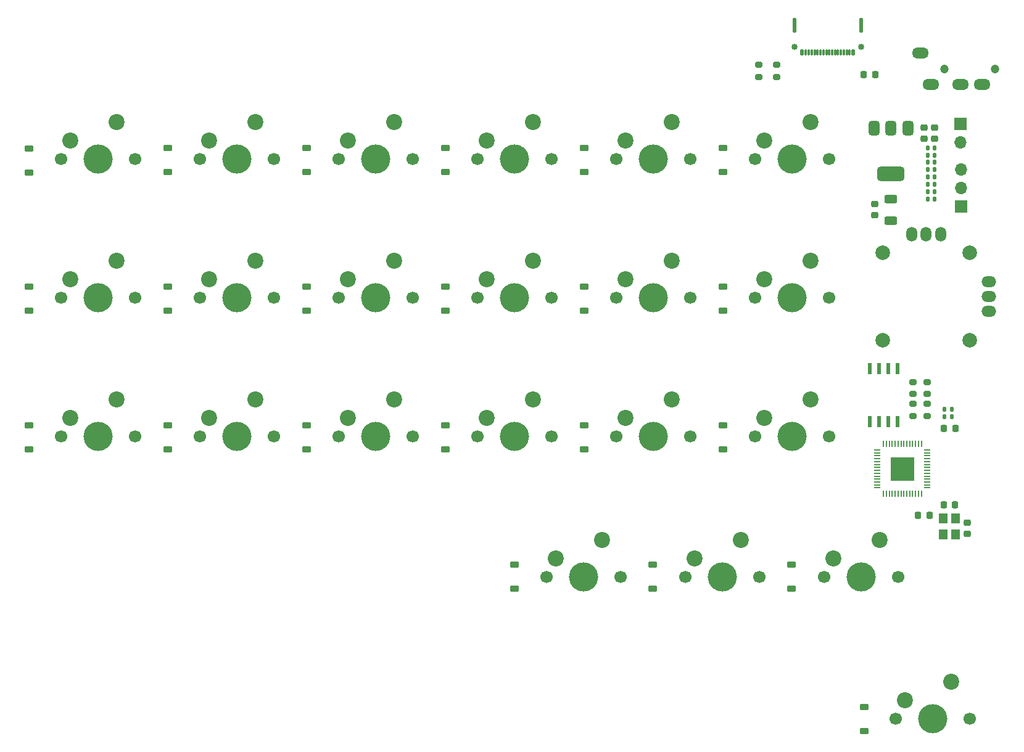
<source format=gts>
%TF.GenerationSoftware,KiCad,Pcbnew,9.0.0*%
%TF.CreationDate,2025-03-25T02:03:39+09:00*%
%TF.ProjectId,keyboard,6b657962-6f61-4726-942e-6b696361645f,rev?*%
%TF.SameCoordinates,Original*%
%TF.FileFunction,Soldermask,Top*%
%TF.FilePolarity,Negative*%
%FSLAX46Y46*%
G04 Gerber Fmt 4.6, Leading zero omitted, Abs format (unit mm)*
G04 Created by KiCad (PCBNEW 9.0.0) date 2025-03-25 02:03:39*
%MOMM*%
%LPD*%
G01*
G04 APERTURE LIST*
G04 Aperture macros list*
%AMRoundRect*
0 Rectangle with rounded corners*
0 $1 Rounding radius*
0 $2 $3 $4 $5 $6 $7 $8 $9 X,Y pos of 4 corners*
0 Add a 4 corners polygon primitive as box body*
4,1,4,$2,$3,$4,$5,$6,$7,$8,$9,$2,$3,0*
0 Add four circle primitives for the rounded corners*
1,1,$1+$1,$2,$3*
1,1,$1+$1,$4,$5*
1,1,$1+$1,$6,$7*
1,1,$1+$1,$8,$9*
0 Add four rect primitives between the rounded corners*
20,1,$1+$1,$2,$3,$4,$5,0*
20,1,$1+$1,$4,$5,$6,$7,0*
20,1,$1+$1,$6,$7,$8,$9,0*
20,1,$1+$1,$8,$9,$2,$3,0*%
G04 Aperture macros list end*
%ADD10R,1.200000X1.400000*%
%ADD11RoundRect,0.225000X0.225000X0.250000X-0.225000X0.250000X-0.225000X-0.250000X0.225000X-0.250000X0*%
%ADD12RoundRect,0.225000X0.250000X-0.225000X0.250000X0.225000X-0.250000X0.225000X-0.250000X-0.225000X0*%
%ADD13RoundRect,0.225000X-0.250000X0.225000X-0.250000X-0.225000X0.250000X-0.225000X0.250000X0.225000X0*%
%ADD14RoundRect,0.225000X0.375000X-0.225000X0.375000X0.225000X-0.375000X0.225000X-0.375000X-0.225000X0*%
%ADD15C,1.700000*%
%ADD16C,4.000000*%
%ADD17C,2.200000*%
%ADD18RoundRect,0.250000X0.625000X-0.312500X0.625000X0.312500X-0.625000X0.312500X-0.625000X-0.312500X0*%
%ADD19RoundRect,0.140000X-0.140000X-0.170000X0.140000X-0.170000X0.140000X0.170000X-0.140000X0.170000X0*%
%ADD20C,2.010000*%
%ADD21O,1.500000X2.000000*%
%ADD22O,2.000000X1.500000*%
%ADD23RoundRect,0.375000X-0.375000X0.625000X-0.375000X-0.625000X0.375000X-0.625000X0.375000X0.625000X0*%
%ADD24RoundRect,0.500000X-1.400000X0.500000X-1.400000X-0.500000X1.400000X-0.500000X1.400000X0.500000X0*%
%ADD25RoundRect,0.200000X0.275000X-0.200000X0.275000X0.200000X-0.275000X0.200000X-0.275000X-0.200000X0*%
%ADD26RoundRect,0.200000X-0.275000X0.200000X-0.275000X-0.200000X0.275000X-0.200000X0.275000X0.200000X0*%
%ADD27R,0.533400X1.524000*%
%ADD28RoundRect,0.070000X0.070000X0.345000X-0.070000X0.345000X-0.070000X-0.345000X0.070000X-0.345000X0*%
%ADD29RoundRect,0.112500X0.112500X0.302500X-0.112500X0.302500X-0.112500X-0.302500X0.112500X-0.302500X0*%
%ADD30C,0.850000*%
%ADD31O,0.550000X2.050000*%
%ADD32RoundRect,0.050000X-0.387500X-0.050000X0.387500X-0.050000X0.387500X0.050000X-0.387500X0.050000X0*%
%ADD33RoundRect,0.050000X-0.050000X-0.387500X0.050000X-0.387500X0.050000X0.387500X-0.050000X0.387500X0*%
%ADD34R,3.200000X3.200000*%
%ADD35R,1.700000X1.700000*%
%ADD36O,1.700000X1.700000*%
%ADD37C,1.200000*%
%ADD38O,2.300000X1.500000*%
%ADD39RoundRect,0.225000X-0.225000X-0.250000X0.225000X-0.250000X0.225000X0.250000X-0.225000X0.250000X0*%
G04 APERTURE END LIST*
D10*
%TO.C,Y1*%
X202150000Y-116100000D03*
X202150000Y-113900000D03*
X203850000Y-113900000D03*
X203850000Y-116100000D03*
%TD*%
D11*
%TO.C,R7*%
X200275000Y-113500000D03*
X198725000Y-113500000D03*
%TD*%
D12*
%TO.C,R6*%
X192750000Y-72275000D03*
X192750000Y-70725000D03*
%TD*%
D13*
%TO.C,C15*%
X205500000Y-114500000D03*
X205500000Y-116050000D03*
%TD*%
D14*
%TO.C,D12*%
X171901000Y-85399000D03*
X171901000Y-82099000D03*
%TD*%
%TO.C,D9*%
X114751000Y-85399000D03*
X114751000Y-82099000D03*
%TD*%
D15*
%TO.C,SW12*%
X176351000Y-83554000D03*
D16*
X181431000Y-83554000D03*
D15*
X186511000Y-83554000D03*
D17*
X183971000Y-78474000D03*
X177621000Y-81014000D03*
%TD*%
D18*
%TO.C,R5*%
X195000000Y-72962500D03*
X195000000Y-70037500D03*
%TD*%
D14*
%TO.C,D6*%
X171901000Y-66349000D03*
X171901000Y-63049000D03*
%TD*%
D15*
%TO.C,SW14*%
X100151000Y-102604000D03*
D16*
X105231000Y-102604000D03*
D15*
X110311000Y-102604000D03*
D17*
X107771000Y-97524000D03*
X101421000Y-100064000D03*
%TD*%
D14*
%TO.C,D20*%
X162321000Y-123574000D03*
X162321000Y-120274000D03*
%TD*%
%TO.C,D3*%
X114751000Y-66349000D03*
X114751000Y-63049000D03*
%TD*%
D19*
%TO.C,C11*%
X202356515Y-99934649D03*
X203316515Y-99934649D03*
%TD*%
D20*
%TO.C,J5*%
X193821000Y-77424000D03*
X193821000Y-89424000D03*
X205821000Y-77424000D03*
X205821000Y-89424000D03*
D21*
X201821000Y-74824000D03*
D22*
X208421000Y-85424000D03*
D21*
X199821000Y-74824000D03*
X197821000Y-74824000D03*
D22*
X208421000Y-81424000D03*
X208421000Y-83424000D03*
%TD*%
D15*
%TO.C,SW18*%
X176351000Y-102604000D03*
D16*
X181431000Y-102604000D03*
D15*
X186511000Y-102604000D03*
D17*
X183971000Y-97524000D03*
X177621000Y-100064000D03*
%TD*%
D14*
%TO.C,D13*%
X76651000Y-104449000D03*
X76651000Y-101149000D03*
%TD*%
D23*
%TO.C,U2*%
X197300000Y-60274000D03*
X195000000Y-60274000D03*
D24*
X195000000Y-66574000D03*
D23*
X192700000Y-60274000D03*
%TD*%
D25*
%TO.C,R9*%
X200000000Y-99825000D03*
X200000000Y-98175000D03*
%TD*%
D26*
%TO.C,R2*%
X176821000Y-51599000D03*
X176821000Y-53249000D03*
%TD*%
D14*
%TO.C,D1*%
X76651000Y-66394000D03*
X76651000Y-63094000D03*
%TD*%
D27*
%TO.C,U3*%
X192095000Y-100644900D03*
X193365000Y-100644900D03*
X194635000Y-100644900D03*
X195905000Y-100644900D03*
X195905000Y-93355100D03*
X194635000Y-93355100D03*
X193365000Y-93355100D03*
X192095000Y-93355100D03*
%TD*%
D15*
%TO.C,SW17*%
X157301000Y-102604000D03*
D16*
X162381000Y-102604000D03*
D15*
X167461000Y-102604000D03*
D17*
X164921000Y-97524000D03*
X158571000Y-100064000D03*
%TD*%
D12*
%TO.C,C10*%
X201000000Y-61775000D03*
X201000000Y-60225000D03*
%TD*%
D14*
%TO.C,D21*%
X181321000Y-123574000D03*
X181321000Y-120274000D03*
%TD*%
D15*
%TO.C,SW20*%
X166791000Y-121924000D03*
D16*
X171871000Y-121924000D03*
D15*
X176951000Y-121924000D03*
D17*
X174411000Y-116844000D03*
X168061000Y-119384000D03*
%TD*%
D15*
%TO.C,SW1*%
X81101000Y-64504000D03*
D16*
X86181000Y-64504000D03*
D15*
X91261000Y-64504000D03*
D17*
X88721000Y-59424000D03*
X82371000Y-61964000D03*
%TD*%
D19*
%TO.C,C4*%
X200020000Y-67000000D03*
X200980000Y-67000000D03*
%TD*%
D28*
%TO.C,J1*%
X189321000Y-49874000D03*
X188521000Y-49874000D03*
X187721000Y-49874000D03*
X186921000Y-49874000D03*
X186521000Y-49874000D03*
X186121000Y-49874000D03*
X184521000Y-49874000D03*
X183721000Y-49874000D03*
X183321000Y-49874000D03*
X184121000Y-49874000D03*
X184921000Y-49874000D03*
X185321000Y-49874000D03*
X185721000Y-49874000D03*
X187321000Y-49874000D03*
X188121000Y-49874000D03*
X188921000Y-49874000D03*
D29*
X189836000Y-49874000D03*
X182806000Y-49874000D03*
D30*
X190916000Y-49114000D03*
D31*
X190916000Y-46134000D03*
D30*
X181726000Y-49114000D03*
D31*
X181726000Y-46134000D03*
%TD*%
D19*
%TO.C,C14*%
X200020000Y-66000000D03*
X200980000Y-66000000D03*
%TD*%
D15*
%TO.C,SW11*%
X157301000Y-83554000D03*
D16*
X162381000Y-83554000D03*
D15*
X167461000Y-83554000D03*
D17*
X164921000Y-78474000D03*
X158571000Y-81014000D03*
%TD*%
D14*
%TO.C,D17*%
X152851000Y-104449000D03*
X152851000Y-101149000D03*
%TD*%
%TO.C,D5*%
X152851000Y-66349000D03*
X152851000Y-63049000D03*
%TD*%
%TO.C,D19*%
X143321000Y-123574000D03*
X143321000Y-120274000D03*
%TD*%
D26*
%TO.C,R1*%
X179321000Y-51599000D03*
X179321000Y-53249000D03*
%TD*%
D15*
%TO.C,SW9*%
X119201000Y-83554000D03*
D16*
X124281000Y-83554000D03*
D15*
X129361000Y-83554000D03*
D17*
X126821000Y-78474000D03*
X120471000Y-81014000D03*
%TD*%
D15*
%TO.C,SW10*%
X138251000Y-83554000D03*
D16*
X143331000Y-83554000D03*
D15*
X148411000Y-83554000D03*
D17*
X145871000Y-78474000D03*
X139521000Y-81014000D03*
%TD*%
D25*
%TO.C,R8*%
X198000000Y-99825000D03*
X198000000Y-98175000D03*
%TD*%
D14*
%TO.C,D11*%
X152851000Y-85399000D03*
X152851000Y-82099000D03*
%TD*%
D15*
%TO.C,SW15*%
X119201000Y-102604000D03*
D16*
X124281000Y-102604000D03*
D15*
X129361000Y-102604000D03*
D17*
X126821000Y-97524000D03*
X120471000Y-100064000D03*
%TD*%
D14*
%TO.C,D4*%
X133801000Y-66349000D03*
X133801000Y-63049000D03*
%TD*%
D15*
%TO.C,SW5*%
X157301000Y-64504000D03*
D16*
X162381000Y-64504000D03*
D15*
X167461000Y-64504000D03*
D17*
X164921000Y-59424000D03*
X158571000Y-61964000D03*
%TD*%
D19*
%TO.C,C6*%
X200020000Y-69000000D03*
X200980000Y-69000000D03*
%TD*%
D32*
%TO.C,U1*%
X193125000Y-104500000D03*
X193125000Y-104900000D03*
X193125000Y-105300000D03*
X193125000Y-105700000D03*
X193125000Y-106100000D03*
X193125000Y-106500000D03*
X193125000Y-106900000D03*
X193125000Y-107300000D03*
X193125000Y-107700000D03*
X193125000Y-108100000D03*
X193125000Y-108500000D03*
X193125000Y-108900000D03*
X193125000Y-109300000D03*
X193125000Y-109700000D03*
D33*
X193962500Y-110537500D03*
X194362500Y-110537500D03*
X194762500Y-110537500D03*
X195162500Y-110537500D03*
X195562500Y-110537500D03*
X195962500Y-110537500D03*
X196362500Y-110537500D03*
X196762500Y-110537500D03*
X197162500Y-110537500D03*
X197562500Y-110537500D03*
X197962500Y-110537500D03*
X198362500Y-110537500D03*
X198762500Y-110537500D03*
X199162500Y-110537500D03*
D32*
X200000000Y-109700000D03*
X200000000Y-109300000D03*
X200000000Y-108900000D03*
X200000000Y-108500000D03*
X200000000Y-108100000D03*
X200000000Y-107700000D03*
X200000000Y-107300000D03*
X200000000Y-106900000D03*
X200000000Y-106500000D03*
X200000000Y-106100000D03*
X200000000Y-105700000D03*
X200000000Y-105300000D03*
X200000000Y-104900000D03*
X200000000Y-104500000D03*
D33*
X199162500Y-103662500D03*
X198762500Y-103662500D03*
X198362500Y-103662500D03*
X197962500Y-103662500D03*
X197562500Y-103662500D03*
X197162500Y-103662500D03*
X196762500Y-103662500D03*
X196362500Y-103662500D03*
X195962500Y-103662500D03*
X195562500Y-103662500D03*
X195162500Y-103662500D03*
X194762500Y-103662500D03*
X194362500Y-103662500D03*
X193962500Y-103662500D03*
D34*
X196562500Y-107100000D03*
%TD*%
D35*
%TO.C,J3*%
X204500000Y-59725000D03*
D36*
X204500000Y-62265000D03*
%TD*%
D25*
%TO.C,R3*%
X200000000Y-96825000D03*
X200000000Y-95175000D03*
%TD*%
D14*
%TO.C,D7*%
X76651000Y-85399000D03*
X76651000Y-82099000D03*
%TD*%
D15*
%TO.C,SW13*%
X81101000Y-102604000D03*
D16*
X86181000Y-102604000D03*
D15*
X91261000Y-102604000D03*
D17*
X88721000Y-97524000D03*
X82371000Y-100064000D03*
%TD*%
D14*
%TO.C,D18*%
X171901000Y-104449000D03*
X171901000Y-101149000D03*
%TD*%
%TO.C,D15*%
X114751000Y-104449000D03*
X114751000Y-101149000D03*
%TD*%
D15*
%TO.C,SW2*%
X100151000Y-64504000D03*
D16*
X105231000Y-64504000D03*
D15*
X110311000Y-64504000D03*
D17*
X107771000Y-59424000D03*
X101421000Y-61964000D03*
%TD*%
D37*
%TO.C,J4*%
X209300000Y-52150000D03*
X202300000Y-52150000D03*
D38*
X204500000Y-54300000D03*
X207500000Y-54300000D03*
X199000000Y-50000000D03*
X200500000Y-54300000D03*
%TD*%
D19*
%TO.C,C12*%
X202356515Y-98934649D03*
X203316515Y-98934649D03*
%TD*%
D14*
%TO.C,D8*%
X95701000Y-85399000D03*
X95701000Y-82099000D03*
%TD*%
%TO.C,D2*%
X95701000Y-66349000D03*
X95701000Y-63049000D03*
%TD*%
D15*
%TO.C,SW3*%
X119201000Y-64504000D03*
D16*
X124281000Y-64504000D03*
D15*
X129361000Y-64504000D03*
D17*
X126821000Y-59424000D03*
X120471000Y-61964000D03*
%TD*%
D12*
%TO.C,C2*%
X199500000Y-61775000D03*
X199500000Y-60225000D03*
%TD*%
D19*
%TO.C,C9*%
X200020000Y-64000000D03*
X200980000Y-64000000D03*
%TD*%
D15*
%TO.C,SW4*%
X138251000Y-64504000D03*
D16*
X143331000Y-64504000D03*
D15*
X148411000Y-64504000D03*
D17*
X145871000Y-59424000D03*
X139521000Y-61964000D03*
%TD*%
D15*
%TO.C,SW6*%
X176351000Y-64504000D03*
D16*
X181431000Y-64504000D03*
D15*
X186511000Y-64504000D03*
D17*
X183971000Y-59424000D03*
X177621000Y-61964000D03*
%TD*%
D15*
%TO.C,SW8*%
X100151000Y-83554000D03*
D16*
X105231000Y-83554000D03*
D15*
X110311000Y-83554000D03*
D17*
X107771000Y-78474000D03*
X101421000Y-81014000D03*
%TD*%
D39*
%TO.C,C13*%
X202260515Y-101510649D03*
X203810515Y-101510649D03*
%TD*%
D19*
%TO.C,C8*%
X200020000Y-68000000D03*
X200980000Y-68000000D03*
%TD*%
D14*
%TO.C,D22*%
X191321000Y-143074000D03*
X191321000Y-139774000D03*
%TD*%
D19*
%TO.C,C3*%
X200020000Y-63000000D03*
X200980000Y-63000000D03*
%TD*%
D39*
%TO.C,C1*%
X191271000Y-52924000D03*
X192821000Y-52924000D03*
%TD*%
D15*
%TO.C,SW22*%
X195661000Y-141424000D03*
D16*
X200741000Y-141424000D03*
D15*
X205821000Y-141424000D03*
D17*
X203281000Y-136344000D03*
X196931000Y-138884000D03*
%TD*%
D11*
%TO.C,C16*%
X203775000Y-112000000D03*
X202225000Y-112000000D03*
%TD*%
D14*
%TO.C,D16*%
X133801000Y-104449000D03*
X133801000Y-101149000D03*
%TD*%
D25*
%TO.C,R4*%
X198000000Y-96825000D03*
X198000000Y-95175000D03*
%TD*%
D14*
%TO.C,D10*%
X133801000Y-85399000D03*
X133801000Y-82099000D03*
%TD*%
D35*
%TO.C,J2*%
X204600000Y-71025000D03*
D36*
X204600000Y-68485000D03*
X204600000Y-65945000D03*
%TD*%
D14*
%TO.C,D14*%
X95701000Y-104449000D03*
X95701000Y-101149000D03*
%TD*%
D19*
%TO.C,C5*%
X200020000Y-70000000D03*
X200980000Y-70000000D03*
%TD*%
D15*
%TO.C,SW19*%
X147741000Y-121924000D03*
D16*
X152821000Y-121924000D03*
D15*
X157901000Y-121924000D03*
D17*
X155361000Y-116844000D03*
X149011000Y-119384000D03*
%TD*%
D15*
%TO.C,SW7*%
X81101000Y-83554000D03*
D16*
X86181000Y-83554000D03*
D15*
X91261000Y-83554000D03*
D17*
X88721000Y-78474000D03*
X82371000Y-81014000D03*
%TD*%
D15*
%TO.C,SW16*%
X138251000Y-102604000D03*
D16*
X143331000Y-102604000D03*
D15*
X148411000Y-102604000D03*
D17*
X145871000Y-97524000D03*
X139521000Y-100064000D03*
%TD*%
D15*
%TO.C,SW21*%
X185841000Y-121924000D03*
D16*
X190921000Y-121924000D03*
D15*
X196001000Y-121924000D03*
D17*
X193461000Y-116844000D03*
X187111000Y-119384000D03*
%TD*%
D19*
%TO.C,C7*%
X200020000Y-65000000D03*
X200980000Y-65000000D03*
%TD*%
M02*

</source>
